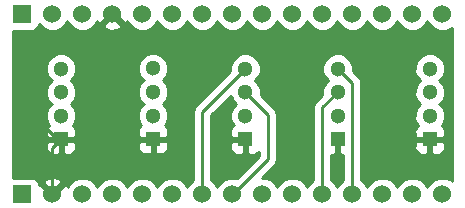
<source format=gtl>
G04 (created by PCBNEW (2013-may-18)-stable) date Mon 21 Sep 2015 01:58:13 PM CST*
%MOIN*%
G04 Gerber Fmt 3.4, Leading zero omitted, Abs format*
%FSLAX34Y34*%
G01*
G70*
G90*
G04 APERTURE LIST*
%ADD10C,0.00590551*%
%ADD11R,0.0511811X0.0511811*%
%ADD12C,0.0511811*%
%ADD13R,0.06X0.06*%
%ADD14C,0.06*%
%ADD15C,0.018*%
%ADD16C,0.01*%
G04 APERTURE END LIST*
G54D10*
G54D11*
X56417Y-43543D03*
G54D12*
X56417Y-42755D03*
X56417Y-41968D03*
X56417Y-41181D03*
G54D11*
X53346Y-43551D03*
G54D12*
X53346Y-42763D03*
X53346Y-41976D03*
X53346Y-41188D03*
G54D11*
X65629Y-43551D03*
G54D12*
X65629Y-42763D03*
X65629Y-41976D03*
X65629Y-41188D03*
G54D13*
X52055Y-39370D03*
G54D14*
X53055Y-39370D03*
X54055Y-39370D03*
X55055Y-39370D03*
X56055Y-39370D03*
X57055Y-39370D03*
X58055Y-39370D03*
X59055Y-39370D03*
X60055Y-39370D03*
X61055Y-39370D03*
X62055Y-39370D03*
X63055Y-39370D03*
X64055Y-39370D03*
X65055Y-39370D03*
X66055Y-39370D03*
G54D13*
X52055Y-45370D03*
G54D14*
X53055Y-45370D03*
X54055Y-45370D03*
X55055Y-45370D03*
X56055Y-45370D03*
X57055Y-45370D03*
X58055Y-45370D03*
X59055Y-45370D03*
X60055Y-45370D03*
X61055Y-45370D03*
X62055Y-45370D03*
X63055Y-45370D03*
X64055Y-45370D03*
X65055Y-45370D03*
X66055Y-45370D03*
G54D11*
X62559Y-43551D03*
G54D12*
X62559Y-42763D03*
X62559Y-41976D03*
X62559Y-41188D03*
G54D11*
X59488Y-43551D03*
G54D12*
X59488Y-42763D03*
X59488Y-41976D03*
X59488Y-41188D03*
G54D15*
X66023Y-40118D03*
X63858Y-40118D03*
X60708Y-40157D03*
X57559Y-41653D03*
X56535Y-40314D03*
X52559Y-40433D03*
G54D16*
X63055Y-45370D02*
X63055Y-41685D01*
X63055Y-41685D02*
X62559Y-41188D01*
X62055Y-45370D02*
X62055Y-42480D01*
X62055Y-42480D02*
X62559Y-41976D01*
X58055Y-45370D02*
X58055Y-42622D01*
X58055Y-42622D02*
X59488Y-41188D01*
X59055Y-45370D02*
X59078Y-45370D01*
X60236Y-42724D02*
X59488Y-41976D01*
X60236Y-44212D02*
X60236Y-42724D01*
X59078Y-45370D02*
X60236Y-44212D01*
X63858Y-40118D02*
X65236Y-40118D01*
X65236Y-40118D02*
X66023Y-40118D01*
X60748Y-40118D02*
X63858Y-40118D01*
X60708Y-40157D02*
X60748Y-40118D01*
X57244Y-41220D02*
X56535Y-40314D01*
X57559Y-41653D02*
X57244Y-41220D01*
X56811Y-43543D02*
X57362Y-42992D01*
X57362Y-42992D02*
X57480Y-42125D01*
X57480Y-42125D02*
X57559Y-41653D01*
X56417Y-43543D02*
X56811Y-43543D01*
X53346Y-43551D02*
X56409Y-43551D01*
X56409Y-43551D02*
X56417Y-43543D01*
X53346Y-43551D02*
X53196Y-43551D01*
X52559Y-42913D02*
X52559Y-40433D01*
X53196Y-43551D02*
X52559Y-42913D01*
X53055Y-45370D02*
X53055Y-43842D01*
X53055Y-43842D02*
X53346Y-43551D01*
G54D10*
G36*
X59936Y-44088D02*
X59438Y-44586D01*
X59438Y-43994D01*
X59438Y-43601D01*
X59044Y-43601D01*
X58982Y-43663D01*
X58982Y-43856D01*
X59020Y-43948D01*
X59090Y-44018D01*
X59182Y-44057D01*
X59281Y-44057D01*
X59375Y-44057D01*
X59438Y-43994D01*
X59438Y-44586D01*
X59192Y-44831D01*
X59164Y-44820D01*
X58946Y-44819D01*
X58743Y-44903D01*
X58589Y-45058D01*
X58555Y-45139D01*
X58521Y-45058D01*
X58367Y-44904D01*
X58355Y-44899D01*
X58355Y-42746D01*
X58994Y-42106D01*
X59059Y-42262D01*
X59166Y-42370D01*
X59059Y-42476D01*
X58982Y-42662D01*
X58982Y-42863D01*
X59059Y-43049D01*
X59091Y-43082D01*
X59090Y-43083D01*
X59020Y-43153D01*
X58982Y-43245D01*
X58982Y-43438D01*
X59044Y-43501D01*
X59438Y-43501D01*
X59438Y-43493D01*
X59538Y-43493D01*
X59538Y-43501D01*
X59546Y-43501D01*
X59546Y-43601D01*
X59538Y-43601D01*
X59538Y-43994D01*
X59600Y-44057D01*
X59694Y-44057D01*
X59794Y-44057D01*
X59885Y-44018D01*
X59936Y-43968D01*
X59936Y-44088D01*
X59936Y-44088D01*
G37*
G54D16*
X59936Y-44088D02*
X59438Y-44586D01*
X59438Y-43994D01*
X59438Y-43601D01*
X59044Y-43601D01*
X58982Y-43663D01*
X58982Y-43856D01*
X59020Y-43948D01*
X59090Y-44018D01*
X59182Y-44057D01*
X59281Y-44057D01*
X59375Y-44057D01*
X59438Y-43994D01*
X59438Y-44586D01*
X59192Y-44831D01*
X59164Y-44820D01*
X58946Y-44819D01*
X58743Y-44903D01*
X58589Y-45058D01*
X58555Y-45139D01*
X58521Y-45058D01*
X58367Y-44904D01*
X58355Y-44899D01*
X58355Y-42746D01*
X58994Y-42106D01*
X59059Y-42262D01*
X59166Y-42370D01*
X59059Y-42476D01*
X58982Y-42662D01*
X58982Y-42863D01*
X59059Y-43049D01*
X59091Y-43082D01*
X59090Y-43083D01*
X59020Y-43153D01*
X58982Y-43245D01*
X58982Y-43438D01*
X59044Y-43501D01*
X59438Y-43501D01*
X59438Y-43493D01*
X59538Y-43493D01*
X59538Y-43501D01*
X59546Y-43501D01*
X59546Y-43601D01*
X59538Y-43601D01*
X59538Y-43994D01*
X59600Y-44057D01*
X59694Y-44057D01*
X59794Y-44057D01*
X59885Y-44018D01*
X59936Y-43968D01*
X59936Y-44088D01*
G54D10*
G36*
X62755Y-44898D02*
X62743Y-44903D01*
X62589Y-45058D01*
X62555Y-45139D01*
X62521Y-45058D01*
X62367Y-44904D01*
X62355Y-44899D01*
X62355Y-44057D01*
X62446Y-44057D01*
X62509Y-43994D01*
X62509Y-43601D01*
X62501Y-43601D01*
X62501Y-43501D01*
X62509Y-43501D01*
X62509Y-43493D01*
X62609Y-43493D01*
X62609Y-43501D01*
X62616Y-43501D01*
X62616Y-43601D01*
X62609Y-43601D01*
X62609Y-43994D01*
X62671Y-44057D01*
X62755Y-44057D01*
X62755Y-44898D01*
X62755Y-44898D01*
G37*
G54D16*
X62755Y-44898D02*
X62743Y-44903D01*
X62589Y-45058D01*
X62555Y-45139D01*
X62521Y-45058D01*
X62367Y-44904D01*
X62355Y-44899D01*
X62355Y-44057D01*
X62446Y-44057D01*
X62509Y-43994D01*
X62509Y-43601D01*
X62501Y-43601D01*
X62501Y-43501D01*
X62509Y-43501D01*
X62509Y-43493D01*
X62609Y-43493D01*
X62609Y-43501D01*
X62616Y-43501D01*
X62616Y-43601D01*
X62609Y-43601D01*
X62609Y-43994D01*
X62671Y-44057D01*
X62755Y-44057D01*
X62755Y-44898D01*
G54D10*
G36*
X66383Y-44920D02*
X66367Y-44904D01*
X66164Y-44820D01*
X66135Y-44820D01*
X66135Y-42663D01*
X66059Y-42477D01*
X65951Y-42370D01*
X66058Y-42263D01*
X66135Y-42077D01*
X66135Y-41876D01*
X66059Y-41690D01*
X65951Y-41582D01*
X66058Y-41475D01*
X66135Y-41290D01*
X66135Y-41088D01*
X66059Y-40902D01*
X65916Y-40760D01*
X65730Y-40683D01*
X65529Y-40682D01*
X65343Y-40759D01*
X65201Y-40902D01*
X65124Y-41087D01*
X65123Y-41289D01*
X65200Y-41475D01*
X65308Y-41582D01*
X65201Y-41689D01*
X65124Y-41875D01*
X65123Y-42076D01*
X65200Y-42262D01*
X65308Y-42370D01*
X65201Y-42476D01*
X65124Y-42662D01*
X65123Y-42863D01*
X65200Y-43049D01*
X65233Y-43082D01*
X65232Y-43083D01*
X65161Y-43153D01*
X65123Y-43245D01*
X65124Y-43438D01*
X65186Y-43501D01*
X65579Y-43501D01*
X65579Y-43493D01*
X65679Y-43493D01*
X65679Y-43501D01*
X66073Y-43501D01*
X66135Y-43438D01*
X66135Y-43245D01*
X66097Y-43153D01*
X66027Y-43083D01*
X66026Y-43082D01*
X66058Y-43050D01*
X66135Y-42864D01*
X66135Y-42663D01*
X66135Y-44820D01*
X66135Y-44820D01*
X66135Y-43856D01*
X66135Y-43663D01*
X66073Y-43601D01*
X65679Y-43601D01*
X65679Y-43994D01*
X65742Y-44057D01*
X65836Y-44057D01*
X65935Y-44057D01*
X66027Y-44018D01*
X66097Y-43948D01*
X66135Y-43856D01*
X66135Y-44820D01*
X65946Y-44819D01*
X65743Y-44903D01*
X65589Y-45058D01*
X65579Y-45080D01*
X65579Y-43994D01*
X65579Y-43601D01*
X65186Y-43601D01*
X65124Y-43663D01*
X65123Y-43856D01*
X65161Y-43948D01*
X65232Y-44018D01*
X65324Y-44057D01*
X65423Y-44057D01*
X65517Y-44057D01*
X65579Y-43994D01*
X65579Y-45080D01*
X65555Y-45139D01*
X65521Y-45058D01*
X65367Y-44904D01*
X65164Y-44820D01*
X64946Y-44819D01*
X64743Y-44903D01*
X64589Y-45058D01*
X64555Y-45139D01*
X64521Y-45058D01*
X64367Y-44904D01*
X64164Y-44820D01*
X63946Y-44819D01*
X63743Y-44903D01*
X63589Y-45058D01*
X63555Y-45139D01*
X63521Y-45058D01*
X63367Y-44904D01*
X63355Y-44899D01*
X63355Y-41685D01*
X63332Y-41570D01*
X63267Y-41472D01*
X63064Y-41270D01*
X63065Y-41088D01*
X62988Y-40902D01*
X62846Y-40760D01*
X62660Y-40683D01*
X62458Y-40682D01*
X62272Y-40759D01*
X62130Y-40902D01*
X62053Y-41087D01*
X62053Y-41289D01*
X62129Y-41475D01*
X62237Y-41582D01*
X62130Y-41689D01*
X62053Y-41875D01*
X62053Y-42058D01*
X61842Y-42268D01*
X61777Y-42365D01*
X61755Y-42480D01*
X61755Y-44898D01*
X61743Y-44903D01*
X61589Y-45058D01*
X61555Y-45139D01*
X61521Y-45058D01*
X61367Y-44904D01*
X61164Y-44820D01*
X60946Y-44819D01*
X60743Y-44903D01*
X60589Y-45058D01*
X60555Y-45139D01*
X60521Y-45058D01*
X60367Y-44904D01*
X60164Y-44820D01*
X60053Y-44820D01*
X60448Y-44424D01*
X60448Y-44424D01*
X60513Y-44327D01*
X60536Y-44212D01*
X60536Y-44212D01*
X60536Y-42724D01*
X60536Y-42724D01*
X60513Y-42609D01*
X60448Y-42512D01*
X60448Y-42512D01*
X59994Y-42057D01*
X59994Y-41876D01*
X59917Y-41690D01*
X59809Y-41582D01*
X59916Y-41475D01*
X59994Y-41290D01*
X59994Y-41088D01*
X59917Y-40902D01*
X59775Y-40760D01*
X59589Y-40683D01*
X59387Y-40682D01*
X59201Y-40759D01*
X59059Y-40902D01*
X58982Y-41087D01*
X58982Y-41270D01*
X57842Y-42409D01*
X57777Y-42507D01*
X57755Y-42622D01*
X57755Y-44898D01*
X57743Y-44903D01*
X57589Y-45058D01*
X57555Y-45139D01*
X57521Y-45058D01*
X57367Y-44904D01*
X57164Y-44820D01*
X56946Y-44819D01*
X56923Y-44829D01*
X56923Y-42655D01*
X56846Y-42469D01*
X56739Y-42362D01*
X56845Y-42255D01*
X56923Y-42069D01*
X56923Y-41868D01*
X56846Y-41682D01*
X56739Y-41574D01*
X56845Y-41468D01*
X56923Y-41282D01*
X56923Y-41080D01*
X56846Y-40894D01*
X56704Y-40752D01*
X56518Y-40675D01*
X56317Y-40675D01*
X56131Y-40751D01*
X55988Y-40894D01*
X55911Y-41080D01*
X55911Y-41281D01*
X55988Y-41467D01*
X56095Y-41574D01*
X55988Y-41681D01*
X55911Y-41867D01*
X55911Y-42068D01*
X55988Y-42254D01*
X56095Y-42362D01*
X55988Y-42468D01*
X55911Y-42654D01*
X55911Y-42856D01*
X55988Y-43042D01*
X56021Y-43075D01*
X56019Y-43075D01*
X55949Y-43145D01*
X55911Y-43237D01*
X55911Y-43430D01*
X55973Y-43493D01*
X56367Y-43493D01*
X56367Y-43485D01*
X56467Y-43485D01*
X56467Y-43493D01*
X56860Y-43493D01*
X56923Y-43430D01*
X56923Y-43237D01*
X56885Y-43145D01*
X56815Y-43075D01*
X56813Y-43075D01*
X56845Y-43042D01*
X56923Y-42856D01*
X56923Y-42655D01*
X56923Y-44829D01*
X56923Y-44829D01*
X56923Y-43848D01*
X56923Y-43655D01*
X56860Y-43593D01*
X56467Y-43593D01*
X56467Y-43986D01*
X56529Y-44049D01*
X56623Y-44049D01*
X56723Y-44049D01*
X56815Y-44011D01*
X56885Y-43940D01*
X56923Y-43848D01*
X56923Y-44829D01*
X56743Y-44903D01*
X56589Y-45058D01*
X56555Y-45139D01*
X56521Y-45058D01*
X56367Y-44904D01*
X56367Y-43986D01*
X56367Y-43593D01*
X55973Y-43593D01*
X55911Y-43655D01*
X55911Y-43848D01*
X55949Y-43940D01*
X56019Y-44011D01*
X56111Y-44049D01*
X56210Y-44049D01*
X56304Y-44049D01*
X56367Y-43986D01*
X56367Y-44904D01*
X56367Y-44904D01*
X56164Y-44820D01*
X55946Y-44819D01*
X55743Y-44903D01*
X55589Y-45058D01*
X55555Y-45139D01*
X55521Y-45058D01*
X55370Y-44907D01*
X55370Y-39755D01*
X55055Y-39440D01*
X54739Y-39755D01*
X54767Y-39851D01*
X54973Y-39924D01*
X55191Y-39913D01*
X55342Y-39851D01*
X55370Y-39755D01*
X55370Y-44907D01*
X55367Y-44904D01*
X55164Y-44820D01*
X54946Y-44819D01*
X54743Y-44903D01*
X54589Y-45058D01*
X54555Y-45139D01*
X54521Y-45058D01*
X54367Y-44904D01*
X54164Y-44820D01*
X53946Y-44819D01*
X53852Y-44858D01*
X53852Y-42663D01*
X53775Y-42477D01*
X53668Y-42370D01*
X53775Y-42263D01*
X53852Y-42077D01*
X53852Y-41876D01*
X53775Y-41690D01*
X53668Y-41582D01*
X53775Y-41475D01*
X53852Y-41290D01*
X53852Y-41088D01*
X53775Y-40902D01*
X53633Y-40760D01*
X53447Y-40683D01*
X53246Y-40682D01*
X53060Y-40759D01*
X52917Y-40902D01*
X52840Y-41087D01*
X52840Y-41289D01*
X52917Y-41475D01*
X53024Y-41582D01*
X52917Y-41689D01*
X52840Y-41875D01*
X52840Y-42076D01*
X52917Y-42262D01*
X53024Y-42370D01*
X52917Y-42476D01*
X52840Y-42662D01*
X52840Y-42863D01*
X52917Y-43049D01*
X52950Y-43082D01*
X52948Y-43083D01*
X52878Y-43153D01*
X52840Y-43245D01*
X52840Y-43438D01*
X52903Y-43501D01*
X53296Y-43501D01*
X53296Y-43493D01*
X53396Y-43493D01*
X53396Y-43501D01*
X53789Y-43501D01*
X53852Y-43438D01*
X53852Y-43245D01*
X53814Y-43153D01*
X53744Y-43083D01*
X53742Y-43082D01*
X53775Y-43050D01*
X53852Y-42864D01*
X53852Y-42663D01*
X53852Y-44858D01*
X53852Y-44858D01*
X53852Y-43856D01*
X53852Y-43663D01*
X53789Y-43601D01*
X53396Y-43601D01*
X53396Y-43994D01*
X53458Y-44057D01*
X53552Y-44057D01*
X53652Y-44057D01*
X53744Y-44018D01*
X53814Y-43948D01*
X53852Y-43856D01*
X53852Y-44858D01*
X53743Y-44903D01*
X53589Y-45058D01*
X53557Y-45133D01*
X53536Y-45082D01*
X53441Y-45054D01*
X53370Y-45125D01*
X53370Y-44984D01*
X53342Y-44888D01*
X53296Y-44872D01*
X53296Y-43994D01*
X53296Y-43601D01*
X52903Y-43601D01*
X52840Y-43663D01*
X52840Y-43856D01*
X52878Y-43948D01*
X52948Y-44018D01*
X53040Y-44057D01*
X53140Y-44057D01*
X53233Y-44057D01*
X53296Y-43994D01*
X53296Y-44872D01*
X53136Y-44815D01*
X52918Y-44826D01*
X52767Y-44888D01*
X52739Y-44984D01*
X53055Y-45299D01*
X53370Y-44984D01*
X53370Y-45125D01*
X53125Y-45370D01*
X53131Y-45375D01*
X53060Y-45446D01*
X53055Y-45440D01*
X53049Y-45446D01*
X52978Y-45375D01*
X52984Y-45370D01*
X52669Y-45054D01*
X52605Y-45073D01*
X52605Y-45020D01*
X52567Y-44928D01*
X52496Y-44858D01*
X52405Y-44820D01*
X52305Y-44820D01*
X51726Y-44820D01*
X51726Y-39920D01*
X51804Y-39920D01*
X52404Y-39920D01*
X52496Y-39882D01*
X52566Y-39811D01*
X52605Y-39720D01*
X52605Y-39697D01*
X52743Y-39836D01*
X52945Y-39919D01*
X53164Y-39920D01*
X53366Y-39836D01*
X53521Y-39682D01*
X53555Y-39600D01*
X53588Y-39681D01*
X53743Y-39836D01*
X53945Y-39919D01*
X54164Y-39920D01*
X54366Y-39836D01*
X54521Y-39682D01*
X54552Y-39606D01*
X54573Y-39657D01*
X54669Y-39685D01*
X54984Y-39370D01*
X54978Y-39364D01*
X55049Y-39293D01*
X55055Y-39299D01*
X55060Y-39293D01*
X55131Y-39364D01*
X55125Y-39370D01*
X55441Y-39685D01*
X55536Y-39657D01*
X55556Y-39602D01*
X55588Y-39681D01*
X55743Y-39836D01*
X55945Y-39919D01*
X56164Y-39920D01*
X56366Y-39836D01*
X56521Y-39682D01*
X56555Y-39600D01*
X56588Y-39681D01*
X56743Y-39836D01*
X56945Y-39919D01*
X57164Y-39920D01*
X57366Y-39836D01*
X57521Y-39682D01*
X57555Y-39600D01*
X57588Y-39681D01*
X57743Y-39836D01*
X57945Y-39919D01*
X58164Y-39920D01*
X58366Y-39836D01*
X58521Y-39682D01*
X58555Y-39600D01*
X58588Y-39681D01*
X58743Y-39836D01*
X58945Y-39919D01*
X59164Y-39920D01*
X59366Y-39836D01*
X59521Y-39682D01*
X59555Y-39600D01*
X59588Y-39681D01*
X59743Y-39836D01*
X59945Y-39919D01*
X60164Y-39920D01*
X60366Y-39836D01*
X60521Y-39682D01*
X60555Y-39600D01*
X60588Y-39681D01*
X60743Y-39836D01*
X60945Y-39919D01*
X61164Y-39920D01*
X61366Y-39836D01*
X61521Y-39682D01*
X61555Y-39600D01*
X61588Y-39681D01*
X61743Y-39836D01*
X61945Y-39919D01*
X62164Y-39920D01*
X62366Y-39836D01*
X62521Y-39682D01*
X62555Y-39600D01*
X62588Y-39681D01*
X62743Y-39836D01*
X62945Y-39919D01*
X63164Y-39920D01*
X63366Y-39836D01*
X63521Y-39682D01*
X63555Y-39600D01*
X63588Y-39681D01*
X63743Y-39836D01*
X63945Y-39919D01*
X64164Y-39920D01*
X64366Y-39836D01*
X64521Y-39682D01*
X64555Y-39600D01*
X64588Y-39681D01*
X64743Y-39836D01*
X64945Y-39919D01*
X65164Y-39920D01*
X65366Y-39836D01*
X65521Y-39682D01*
X65555Y-39600D01*
X65588Y-39681D01*
X65743Y-39836D01*
X65945Y-39919D01*
X66164Y-39920D01*
X66366Y-39836D01*
X66383Y-39819D01*
X66383Y-44920D01*
X66383Y-44920D01*
G37*
G54D16*
X66383Y-44920D02*
X66367Y-44904D01*
X66164Y-44820D01*
X66135Y-44820D01*
X66135Y-42663D01*
X66059Y-42477D01*
X65951Y-42370D01*
X66058Y-42263D01*
X66135Y-42077D01*
X66135Y-41876D01*
X66059Y-41690D01*
X65951Y-41582D01*
X66058Y-41475D01*
X66135Y-41290D01*
X66135Y-41088D01*
X66059Y-40902D01*
X65916Y-40760D01*
X65730Y-40683D01*
X65529Y-40682D01*
X65343Y-40759D01*
X65201Y-40902D01*
X65124Y-41087D01*
X65123Y-41289D01*
X65200Y-41475D01*
X65308Y-41582D01*
X65201Y-41689D01*
X65124Y-41875D01*
X65123Y-42076D01*
X65200Y-42262D01*
X65308Y-42370D01*
X65201Y-42476D01*
X65124Y-42662D01*
X65123Y-42863D01*
X65200Y-43049D01*
X65233Y-43082D01*
X65232Y-43083D01*
X65161Y-43153D01*
X65123Y-43245D01*
X65124Y-43438D01*
X65186Y-43501D01*
X65579Y-43501D01*
X65579Y-43493D01*
X65679Y-43493D01*
X65679Y-43501D01*
X66073Y-43501D01*
X66135Y-43438D01*
X66135Y-43245D01*
X66097Y-43153D01*
X66027Y-43083D01*
X66026Y-43082D01*
X66058Y-43050D01*
X66135Y-42864D01*
X66135Y-42663D01*
X66135Y-44820D01*
X66135Y-44820D01*
X66135Y-43856D01*
X66135Y-43663D01*
X66073Y-43601D01*
X65679Y-43601D01*
X65679Y-43994D01*
X65742Y-44057D01*
X65836Y-44057D01*
X65935Y-44057D01*
X66027Y-44018D01*
X66097Y-43948D01*
X66135Y-43856D01*
X66135Y-44820D01*
X65946Y-44819D01*
X65743Y-44903D01*
X65589Y-45058D01*
X65579Y-45080D01*
X65579Y-43994D01*
X65579Y-43601D01*
X65186Y-43601D01*
X65124Y-43663D01*
X65123Y-43856D01*
X65161Y-43948D01*
X65232Y-44018D01*
X65324Y-44057D01*
X65423Y-44057D01*
X65517Y-44057D01*
X65579Y-43994D01*
X65579Y-45080D01*
X65555Y-45139D01*
X65521Y-45058D01*
X65367Y-44904D01*
X65164Y-44820D01*
X64946Y-44819D01*
X64743Y-44903D01*
X64589Y-45058D01*
X64555Y-45139D01*
X64521Y-45058D01*
X64367Y-44904D01*
X64164Y-44820D01*
X63946Y-44819D01*
X63743Y-44903D01*
X63589Y-45058D01*
X63555Y-45139D01*
X63521Y-45058D01*
X63367Y-44904D01*
X63355Y-44899D01*
X63355Y-41685D01*
X63332Y-41570D01*
X63267Y-41472D01*
X63064Y-41270D01*
X63065Y-41088D01*
X62988Y-40902D01*
X62846Y-40760D01*
X62660Y-40683D01*
X62458Y-40682D01*
X62272Y-40759D01*
X62130Y-40902D01*
X62053Y-41087D01*
X62053Y-41289D01*
X62129Y-41475D01*
X62237Y-41582D01*
X62130Y-41689D01*
X62053Y-41875D01*
X62053Y-42058D01*
X61842Y-42268D01*
X61777Y-42365D01*
X61755Y-42480D01*
X61755Y-44898D01*
X61743Y-44903D01*
X61589Y-45058D01*
X61555Y-45139D01*
X61521Y-45058D01*
X61367Y-44904D01*
X61164Y-44820D01*
X60946Y-44819D01*
X60743Y-44903D01*
X60589Y-45058D01*
X60555Y-45139D01*
X60521Y-45058D01*
X60367Y-44904D01*
X60164Y-44820D01*
X60053Y-44820D01*
X60448Y-44424D01*
X60448Y-44424D01*
X60513Y-44327D01*
X60536Y-44212D01*
X60536Y-44212D01*
X60536Y-42724D01*
X60536Y-42724D01*
X60513Y-42609D01*
X60448Y-42512D01*
X60448Y-42512D01*
X59994Y-42057D01*
X59994Y-41876D01*
X59917Y-41690D01*
X59809Y-41582D01*
X59916Y-41475D01*
X59994Y-41290D01*
X59994Y-41088D01*
X59917Y-40902D01*
X59775Y-40760D01*
X59589Y-40683D01*
X59387Y-40682D01*
X59201Y-40759D01*
X59059Y-40902D01*
X58982Y-41087D01*
X58982Y-41270D01*
X57842Y-42409D01*
X57777Y-42507D01*
X57755Y-42622D01*
X57755Y-44898D01*
X57743Y-44903D01*
X57589Y-45058D01*
X57555Y-45139D01*
X57521Y-45058D01*
X57367Y-44904D01*
X57164Y-44820D01*
X56946Y-44819D01*
X56923Y-44829D01*
X56923Y-42655D01*
X56846Y-42469D01*
X56739Y-42362D01*
X56845Y-42255D01*
X56923Y-42069D01*
X56923Y-41868D01*
X56846Y-41682D01*
X56739Y-41574D01*
X56845Y-41468D01*
X56923Y-41282D01*
X56923Y-41080D01*
X56846Y-40894D01*
X56704Y-40752D01*
X56518Y-40675D01*
X56317Y-40675D01*
X56131Y-40751D01*
X55988Y-40894D01*
X55911Y-41080D01*
X55911Y-41281D01*
X55988Y-41467D01*
X56095Y-41574D01*
X55988Y-41681D01*
X55911Y-41867D01*
X55911Y-42068D01*
X55988Y-42254D01*
X56095Y-42362D01*
X55988Y-42468D01*
X55911Y-42654D01*
X55911Y-42856D01*
X55988Y-43042D01*
X56021Y-43075D01*
X56019Y-43075D01*
X55949Y-43145D01*
X55911Y-43237D01*
X55911Y-43430D01*
X55973Y-43493D01*
X56367Y-43493D01*
X56367Y-43485D01*
X56467Y-43485D01*
X56467Y-43493D01*
X56860Y-43493D01*
X56923Y-43430D01*
X56923Y-43237D01*
X56885Y-43145D01*
X56815Y-43075D01*
X56813Y-43075D01*
X56845Y-43042D01*
X56923Y-42856D01*
X56923Y-42655D01*
X56923Y-44829D01*
X56923Y-44829D01*
X56923Y-43848D01*
X56923Y-43655D01*
X56860Y-43593D01*
X56467Y-43593D01*
X56467Y-43986D01*
X56529Y-44049D01*
X56623Y-44049D01*
X56723Y-44049D01*
X56815Y-44011D01*
X56885Y-43940D01*
X56923Y-43848D01*
X56923Y-44829D01*
X56743Y-44903D01*
X56589Y-45058D01*
X56555Y-45139D01*
X56521Y-45058D01*
X56367Y-44904D01*
X56367Y-43986D01*
X56367Y-43593D01*
X55973Y-43593D01*
X55911Y-43655D01*
X55911Y-43848D01*
X55949Y-43940D01*
X56019Y-44011D01*
X56111Y-44049D01*
X56210Y-44049D01*
X56304Y-44049D01*
X56367Y-43986D01*
X56367Y-44904D01*
X56367Y-44904D01*
X56164Y-44820D01*
X55946Y-44819D01*
X55743Y-44903D01*
X55589Y-45058D01*
X55555Y-45139D01*
X55521Y-45058D01*
X55370Y-44907D01*
X55370Y-39755D01*
X55055Y-39440D01*
X54739Y-39755D01*
X54767Y-39851D01*
X54973Y-39924D01*
X55191Y-39913D01*
X55342Y-39851D01*
X55370Y-39755D01*
X55370Y-44907D01*
X55367Y-44904D01*
X55164Y-44820D01*
X54946Y-44819D01*
X54743Y-44903D01*
X54589Y-45058D01*
X54555Y-45139D01*
X54521Y-45058D01*
X54367Y-44904D01*
X54164Y-44820D01*
X53946Y-44819D01*
X53852Y-44858D01*
X53852Y-42663D01*
X53775Y-42477D01*
X53668Y-42370D01*
X53775Y-42263D01*
X53852Y-42077D01*
X53852Y-41876D01*
X53775Y-41690D01*
X53668Y-41582D01*
X53775Y-41475D01*
X53852Y-41290D01*
X53852Y-41088D01*
X53775Y-40902D01*
X53633Y-40760D01*
X53447Y-40683D01*
X53246Y-40682D01*
X53060Y-40759D01*
X52917Y-40902D01*
X52840Y-41087D01*
X52840Y-41289D01*
X52917Y-41475D01*
X53024Y-41582D01*
X52917Y-41689D01*
X52840Y-41875D01*
X52840Y-42076D01*
X52917Y-42262D01*
X53024Y-42370D01*
X52917Y-42476D01*
X52840Y-42662D01*
X52840Y-42863D01*
X52917Y-43049D01*
X52950Y-43082D01*
X52948Y-43083D01*
X52878Y-43153D01*
X52840Y-43245D01*
X52840Y-43438D01*
X52903Y-43501D01*
X53296Y-43501D01*
X53296Y-43493D01*
X53396Y-43493D01*
X53396Y-43501D01*
X53789Y-43501D01*
X53852Y-43438D01*
X53852Y-43245D01*
X53814Y-43153D01*
X53744Y-43083D01*
X53742Y-43082D01*
X53775Y-43050D01*
X53852Y-42864D01*
X53852Y-42663D01*
X53852Y-44858D01*
X53852Y-44858D01*
X53852Y-43856D01*
X53852Y-43663D01*
X53789Y-43601D01*
X53396Y-43601D01*
X53396Y-43994D01*
X53458Y-44057D01*
X53552Y-44057D01*
X53652Y-44057D01*
X53744Y-44018D01*
X53814Y-43948D01*
X53852Y-43856D01*
X53852Y-44858D01*
X53743Y-44903D01*
X53589Y-45058D01*
X53557Y-45133D01*
X53536Y-45082D01*
X53441Y-45054D01*
X53370Y-45125D01*
X53370Y-44984D01*
X53342Y-44888D01*
X53296Y-44872D01*
X53296Y-43994D01*
X53296Y-43601D01*
X52903Y-43601D01*
X52840Y-43663D01*
X52840Y-43856D01*
X52878Y-43948D01*
X52948Y-44018D01*
X53040Y-44057D01*
X53140Y-44057D01*
X53233Y-44057D01*
X53296Y-43994D01*
X53296Y-44872D01*
X53136Y-44815D01*
X52918Y-44826D01*
X52767Y-44888D01*
X52739Y-44984D01*
X53055Y-45299D01*
X53370Y-44984D01*
X53370Y-45125D01*
X53125Y-45370D01*
X53131Y-45375D01*
X53060Y-45446D01*
X53055Y-45440D01*
X53049Y-45446D01*
X52978Y-45375D01*
X52984Y-45370D01*
X52669Y-45054D01*
X52605Y-45073D01*
X52605Y-45020D01*
X52567Y-44928D01*
X52496Y-44858D01*
X52405Y-44820D01*
X52305Y-44820D01*
X51726Y-44820D01*
X51726Y-39920D01*
X51804Y-39920D01*
X52404Y-39920D01*
X52496Y-39882D01*
X52566Y-39811D01*
X52605Y-39720D01*
X52605Y-39697D01*
X52743Y-39836D01*
X52945Y-39919D01*
X53164Y-39920D01*
X53366Y-39836D01*
X53521Y-39682D01*
X53555Y-39600D01*
X53588Y-39681D01*
X53743Y-39836D01*
X53945Y-39919D01*
X54164Y-39920D01*
X54366Y-39836D01*
X54521Y-39682D01*
X54552Y-39606D01*
X54573Y-39657D01*
X54669Y-39685D01*
X54984Y-39370D01*
X54978Y-39364D01*
X55049Y-39293D01*
X55055Y-39299D01*
X55060Y-39293D01*
X55131Y-39364D01*
X55125Y-39370D01*
X55441Y-39685D01*
X55536Y-39657D01*
X55556Y-39602D01*
X55588Y-39681D01*
X55743Y-39836D01*
X55945Y-39919D01*
X56164Y-39920D01*
X56366Y-39836D01*
X56521Y-39682D01*
X56555Y-39600D01*
X56588Y-39681D01*
X56743Y-39836D01*
X56945Y-39919D01*
X57164Y-39920D01*
X57366Y-39836D01*
X57521Y-39682D01*
X57555Y-39600D01*
X57588Y-39681D01*
X57743Y-39836D01*
X57945Y-39919D01*
X58164Y-39920D01*
X58366Y-39836D01*
X58521Y-39682D01*
X58555Y-39600D01*
X58588Y-39681D01*
X58743Y-39836D01*
X58945Y-39919D01*
X59164Y-39920D01*
X59366Y-39836D01*
X59521Y-39682D01*
X59555Y-39600D01*
X59588Y-39681D01*
X59743Y-39836D01*
X59945Y-39919D01*
X60164Y-39920D01*
X60366Y-39836D01*
X60521Y-39682D01*
X60555Y-39600D01*
X60588Y-39681D01*
X60743Y-39836D01*
X60945Y-39919D01*
X61164Y-39920D01*
X61366Y-39836D01*
X61521Y-39682D01*
X61555Y-39600D01*
X61588Y-39681D01*
X61743Y-39836D01*
X61945Y-39919D01*
X62164Y-39920D01*
X62366Y-39836D01*
X62521Y-39682D01*
X62555Y-39600D01*
X62588Y-39681D01*
X62743Y-39836D01*
X62945Y-39919D01*
X63164Y-39920D01*
X63366Y-39836D01*
X63521Y-39682D01*
X63555Y-39600D01*
X63588Y-39681D01*
X63743Y-39836D01*
X63945Y-39919D01*
X64164Y-39920D01*
X64366Y-39836D01*
X64521Y-39682D01*
X64555Y-39600D01*
X64588Y-39681D01*
X64743Y-39836D01*
X64945Y-39919D01*
X65164Y-39920D01*
X65366Y-39836D01*
X65521Y-39682D01*
X65555Y-39600D01*
X65588Y-39681D01*
X65743Y-39836D01*
X65945Y-39919D01*
X66164Y-39920D01*
X66366Y-39836D01*
X66383Y-39819D01*
X66383Y-44920D01*
M02*

</source>
